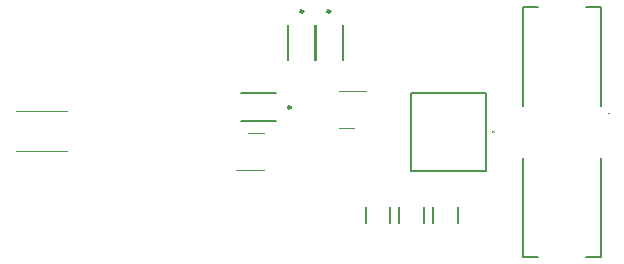
<source format=gbr>
%TF.GenerationSoftware,KiCad,Pcbnew,7.0.7*%
%TF.CreationDate,2024-04-03T12:27:14+02:00*%
%TF.ProjectId,SMPS_legged_robot_module,534d5053-5f6c-4656-9767-65645f726f62,1.0*%
%TF.SameCoordinates,Original*%
%TF.FileFunction,Legend,Bot*%
%TF.FilePolarity,Positive*%
%FSLAX46Y46*%
G04 Gerber Fmt 4.6, Leading zero omitted, Abs format (unit mm)*
G04 Created by KiCad (PCBNEW 7.0.7) date 2024-04-03 12:27:14*
%MOMM*%
%LPD*%
G01*
G04 APERTURE LIST*
%ADD10C,0.200000*%
%ADD11C,0.100000*%
%ADD12C,0.150000*%
%ADD13C,0.120000*%
%ADD14C,0.250000*%
G04 APERTURE END LIST*
D10*
%TO.C,J401*%
X177230000Y-88750000D02*
X177230000Y-80400000D01*
X178530000Y-88750000D02*
X177230000Y-88750000D01*
X183830000Y-88750000D02*
X182530000Y-88750000D01*
X183830000Y-80400000D02*
X183830000Y-88750000D01*
D11*
X184430000Y-76600000D02*
X184430000Y-76600000D01*
X184530000Y-76600000D02*
X184530000Y-76600000D01*
D10*
X177230000Y-76000000D02*
X177230000Y-67650000D01*
X177230000Y-67650000D02*
X178530000Y-67650000D01*
X182530000Y-67650000D02*
X183830000Y-67650000D01*
X183830000Y-67650000D02*
X183830000Y-76000000D01*
D11*
X184530000Y-76600000D02*
G75*
G03*
X184430000Y-76600000I-50000J0D01*
G01*
X184430000Y-76600000D02*
G75*
G03*
X184530000Y-76600000I50000J0D01*
G01*
D10*
%TO.C,L901*%
X174130000Y-74920000D02*
X167770000Y-74920000D01*
X167770000Y-74920000D02*
X167770000Y-81480000D01*
X167770000Y-81480000D02*
X174130000Y-81480000D01*
X174130000Y-81480000D02*
X174130000Y-74920000D01*
D11*
X174750000Y-78200000D02*
X174750000Y-78200000D01*
X174650000Y-78200000D02*
X174650000Y-78200000D01*
X174650000Y-78200000D02*
G75*
G03*
X174750000Y-78200000I50000J0D01*
G01*
X174750000Y-78200000D02*
G75*
G03*
X174650000Y-78200000I-50000J0D01*
G01*
D12*
%TO.C,C907*%
X166754000Y-84579000D02*
X166754000Y-85921000D01*
X168846000Y-84579000D02*
X168846000Y-85921000D01*
X166754000Y-85921000D02*
X166754000Y-84579000D01*
X168846000Y-85921000D02*
X168846000Y-84579000D01*
%TO.C,C906*%
X169604000Y-84579000D02*
X169604000Y-85921000D01*
X171696000Y-84579000D02*
X171696000Y-85921000D01*
X169604000Y-85921000D02*
X169604000Y-84579000D01*
X171696000Y-85921000D02*
X171696000Y-84579000D01*
%TO.C,C903*%
X163904000Y-84579000D02*
X163904000Y-85921000D01*
X165996000Y-84579000D02*
X165996000Y-85921000D01*
X163904000Y-85921000D02*
X163904000Y-84579000D01*
X165996000Y-85921000D02*
X165996000Y-84579000D01*
D13*
%TO.C,R725*%
X134272936Y-76390000D02*
X138627064Y-76390000D01*
X134272936Y-79810000D02*
X138627064Y-79810000D01*
D12*
%TO.C,D602*%
X157321000Y-72112000D02*
X157321000Y-69112000D01*
X159671000Y-69112000D02*
X159671000Y-72112000D01*
D14*
X158621000Y-67987000D02*
G75*
G03*
X158621000Y-67987000I-125000J0D01*
G01*
D12*
%TO.C,D601*%
X159607000Y-72112000D02*
X159607000Y-69112000D01*
X161957000Y-69112000D02*
X161957000Y-72112000D01*
D14*
X160907000Y-67987000D02*
G75*
G03*
X160907000Y-67987000I-125000J0D01*
G01*
D13*
%TO.C,Q703*%
X154637500Y-78265000D02*
X153987500Y-78265000D01*
X154637500Y-78265000D02*
X155287500Y-78265000D01*
X154637500Y-81385000D02*
X152962500Y-81385000D01*
X154637500Y-81385000D02*
X155287500Y-81385000D01*
%TO.C,Q704*%
X162275000Y-77835000D02*
X162925000Y-77835000D01*
X162275000Y-77835000D02*
X161625000Y-77835000D01*
X162275000Y-74715000D02*
X163950000Y-74715000D01*
X162275000Y-74715000D02*
X161625000Y-74715000D01*
D12*
%TO.C,D703*%
X153330000Y-74935000D02*
X156330000Y-74935000D01*
X156330000Y-77285000D02*
X153330000Y-77285000D01*
D14*
X157580000Y-76110000D02*
G75*
G03*
X157580000Y-76110000I-125000J0D01*
G01*
%TD*%
M02*

</source>
